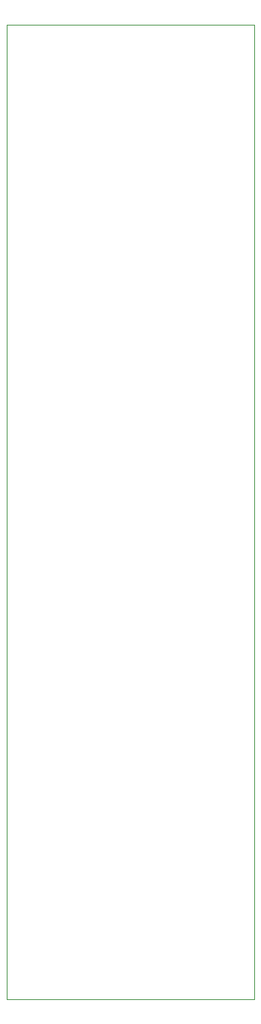
<source format=gbr>
G04 #@! TF.GenerationSoftware,KiCad,Pcbnew,5.1.9-73d0e3b20d~88~ubuntu20.04.1*
G04 #@! TF.CreationDate,2021-04-14T10:28:40-07:00*
G04 #@! TF.ProjectId,3xVCA,33785643-412e-46b6-9963-61645f706362,rev?*
G04 #@! TF.SameCoordinates,Original*
G04 #@! TF.FileFunction,Profile,NP*
%FSLAX46Y46*%
G04 Gerber Fmt 4.6, Leading zero omitted, Abs format (unit mm)*
G04 Created by KiCad (PCBNEW 5.1.9-73d0e3b20d~88~ubuntu20.04.1) date 2021-04-14 10:28:40*
%MOMM*%
%LPD*%
G01*
G04 APERTURE LIST*
G04 #@! TA.AperFunction,Profile*
%ADD10C,0.050000*%
G04 #@! TD*
G04 APERTURE END LIST*
D10*
X0Y110000000D02*
X0Y0D01*
X28000000Y110000000D02*
X0Y110000000D01*
X28000000Y0D02*
X28000000Y110000000D01*
X0Y0D02*
X28000000Y0D01*
M02*

</source>
